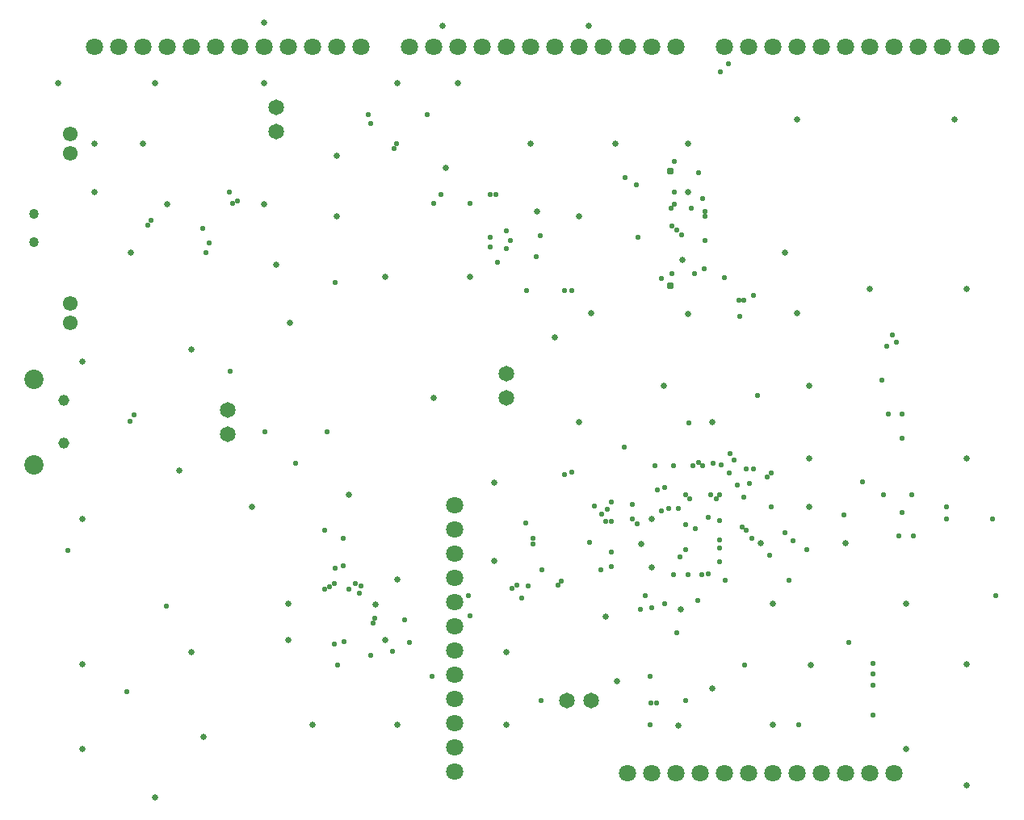
<source format=gbr>
G04 EAGLE Gerber RS-274X export*
G75*
%MOMM*%
%FSLAX34Y34*%
%LPD*%
%INSoldermask Bottom*%
%IPPOS*%
%AMOC8*
5,1,8,0,0,1.08239X$1,22.5*%
G01*
%ADD10C,1.177000*%
%ADD11C,2.027000*%
%ADD12C,1.549400*%
%ADD13C,0.777000*%
%ADD14C,1.803400*%
%ADD15C,1.027000*%
%ADD16C,1.651000*%
%ADD17C,0.533400*%
%ADD18C,0.680200*%


D10*
X56650Y441350D03*
X56650Y396850D03*
D11*
X25400Y464100D03*
X25400Y374100D03*
D12*
X63500Y523400D03*
X63500Y543400D03*
X63500Y701200D03*
X63500Y721200D03*
D13*
X692200Y682300D03*
X692200Y562300D03*
D14*
X466090Y331470D03*
X466090Y306070D03*
X466090Y280670D03*
X466090Y255270D03*
X466090Y229870D03*
X466090Y204470D03*
X466090Y179070D03*
X466090Y153670D03*
X466090Y128270D03*
X466090Y102870D03*
X466090Y77470D03*
X466090Y52070D03*
X88900Y812800D03*
X114300Y812800D03*
X139700Y812800D03*
X165100Y812800D03*
X190500Y812800D03*
X215900Y812800D03*
X241300Y812800D03*
X266700Y812800D03*
X292100Y812800D03*
X317500Y812800D03*
X342900Y812800D03*
X368300Y812800D03*
X419100Y812800D03*
X444500Y812800D03*
X469900Y812800D03*
X495300Y812800D03*
X520700Y812800D03*
X546100Y812800D03*
X571500Y812800D03*
X596900Y812800D03*
X622300Y812800D03*
X647700Y812800D03*
X673100Y812800D03*
X698500Y812800D03*
X647700Y50800D03*
X673100Y50800D03*
X698500Y50800D03*
X723900Y50800D03*
X749300Y50800D03*
X774700Y50800D03*
X800100Y50800D03*
X825500Y50800D03*
X850900Y50800D03*
X876300Y50800D03*
X901700Y50800D03*
X927100Y50800D03*
X1028700Y812800D03*
X1003300Y812800D03*
X977900Y812800D03*
X952500Y812800D03*
X927100Y812800D03*
X901700Y812800D03*
X876300Y812800D03*
X850900Y812800D03*
X825500Y812800D03*
X800100Y812800D03*
X774700Y812800D03*
X749300Y812800D03*
D15*
X25400Y607300D03*
X25400Y637300D03*
D16*
X279400Y749300D03*
X279400Y723900D03*
X609600Y127000D03*
X584200Y127000D03*
X228600Y406400D03*
X228600Y431800D03*
X520700Y444500D03*
X520700Y469900D03*
D17*
X686816Y228600D03*
X367792Y247396D03*
X130048Y426212D03*
X695960Y259080D03*
X341376Y265684D03*
X125984Y420116D03*
X238760Y651256D03*
X230124Y659892D03*
X205740Y596392D03*
X209296Y607060D03*
X233680Y648716D03*
X202184Y622300D03*
X556768Y127000D03*
X299720Y375412D03*
X122936Y136144D03*
X60960Y283972D03*
X382524Y213360D03*
X720852Y231648D03*
X725424Y259080D03*
X711200Y259080D03*
X657860Y312420D03*
X652780Y317500D03*
X827024Y101600D03*
X708152Y127000D03*
X904748Y165608D03*
X744220Y315976D03*
X768096Y308864D03*
X904748Y154432D03*
X835152Y285496D03*
X913892Y463296D03*
X935736Y401828D03*
X630428Y334772D03*
X783844Y446532D03*
X658368Y613156D03*
X612648Y331216D03*
X330200Y243332D03*
X362204Y249936D03*
X340360Y249936D03*
X673100Y224536D03*
X480568Y236728D03*
X335280Y245872D03*
X725932Y372872D03*
X608076Y293116D03*
X330200Y305308D03*
X164084Y226060D03*
X340360Y185928D03*
X343408Y164084D03*
X419100Y187960D03*
X400812Y178308D03*
X381000Y207772D03*
X413512Y211328D03*
X366268Y239268D03*
X520700Y619760D03*
X531368Y247904D03*
X482092Y215392D03*
X355600Y243332D03*
X690880Y328168D03*
X578104Y251968D03*
X378460Y174244D03*
X722376Y376936D03*
X686816Y350520D03*
X683260Y326136D03*
X574548Y247904D03*
X349504Y296672D03*
X349504Y268224D03*
X772160Y305308D03*
X879348Y187960D03*
X754380Y365760D03*
X759460Y378968D03*
X748792Y570484D03*
X704088Y615188D03*
X744220Y342392D03*
X755396Y386080D03*
X764032Y547116D03*
X694436Y624332D03*
X624332Y314960D03*
X696976Y647700D03*
X660908Y222504D03*
X536956Y234696D03*
X526796Y244856D03*
X540512Y312928D03*
X581152Y364236D03*
X581152Y557276D03*
X589280Y557276D03*
X696468Y659892D03*
X745236Y786384D03*
X753364Y794512D03*
X708660Y285496D03*
X708660Y311404D03*
X708660Y342392D03*
X737108Y375920D03*
X765556Y529844D03*
X726440Y653288D03*
X744220Y287020D03*
X732028Y319024D03*
X734568Y342392D03*
X745744Y373888D03*
X769620Y547116D03*
X722376Y680212D03*
X144780Y625856D03*
X503936Y657352D03*
X744220Y295148D03*
X775716Y354584D03*
X524764Y609600D03*
X732028Y259588D03*
X148336Y630936D03*
X509524Y657352D03*
X727964Y579628D03*
X683260Y569976D03*
X551688Y592328D03*
X676148Y372872D03*
X717804Y575056D03*
X796544Y279400D03*
X798068Y365252D03*
X777748Y297180D03*
X794004Y361188D03*
X779780Y552196D03*
X656844Y668020D03*
X915924Y342900D03*
X945896Y342900D03*
X678688Y347980D03*
X762508Y352552D03*
X981964Y330200D03*
X894080Y356108D03*
X779780Y369824D03*
X771652Y369824D03*
X931672Y299212D03*
X946912Y299212D03*
X874776Y321564D03*
X981964Y317500D03*
X935736Y324104D03*
X921004Y427228D03*
X935736Y427228D03*
X929132Y502920D03*
X919480Y498348D03*
X630428Y314960D03*
X693928Y575056D03*
X620268Y322072D03*
X626364Y327660D03*
X693420Y643636D03*
X665988Y236728D03*
X548640Y291084D03*
X589280Y366776D03*
X714248Y643636D03*
X820928Y294132D03*
X769112Y339852D03*
X728980Y640080D03*
X740664Y338328D03*
X728980Y634492D03*
X695960Y372872D03*
X699516Y620776D03*
X652780Y332232D03*
X925576Y510032D03*
X452120Y657860D03*
X677672Y124460D03*
X555752Y614680D03*
X543052Y246888D03*
X482600Y648716D03*
X443992Y648716D03*
X701040Y328168D03*
X770636Y164084D03*
X511556Y586740D03*
X541528Y556768D03*
X402844Y705612D03*
X520192Y600964D03*
X503428Y602488D03*
X672084Y124460D03*
X442976Y152400D03*
X267208Y408432D03*
X671576Y101600D03*
X671576Y152400D03*
X712216Y418084D03*
X375412Y741172D03*
X798576Y330200D03*
X437388Y741172D03*
X904748Y111760D03*
X904748Y143256D03*
X332232Y408432D03*
X557784Y264160D03*
X715772Y372872D03*
X696976Y692404D03*
X644144Y392684D03*
X340868Y565404D03*
X231140Y472440D03*
X503936Y612648D03*
X699008Y197612D03*
X350520Y188468D03*
X548640Y297180D03*
X630428Y282448D03*
X1033272Y237236D03*
X1030224Y317500D03*
D18*
X50800Y774700D03*
X152400Y774700D03*
X266700Y774700D03*
X406400Y774700D03*
X342900Y698500D03*
X457200Y685800D03*
X342900Y635000D03*
X393700Y571500D03*
X482600Y571500D03*
X552450Y640080D03*
X596900Y635000D03*
X469900Y774700D03*
X546100Y711200D03*
X635000Y711200D03*
X711200Y711200D03*
X711200Y660400D03*
X704850Y589280D03*
X711200Y532130D03*
X609600Y533400D03*
X571500Y508000D03*
X444500Y444500D03*
X355600Y342900D03*
X254000Y330200D03*
X177800Y368300D03*
X190500Y495300D03*
X76200Y482600D03*
X76200Y317500D03*
X76200Y165100D03*
X76200Y76200D03*
X152400Y25400D03*
X203200Y88900D03*
X190500Y177800D03*
X292100Y190500D03*
X292100Y228600D03*
X317500Y101600D03*
X406400Y101600D03*
X520700Y101600D03*
X520700Y177800D03*
X406400Y254000D03*
X393700Y190500D03*
X383540Y227330D03*
X701040Y100330D03*
X624840Y214630D03*
X736600Y139700D03*
X800100Y101600D03*
X800100Y228600D03*
X939800Y228600D03*
X1003300Y165100D03*
X1003300Y38100D03*
X939800Y76200D03*
X876300Y292100D03*
X838200Y330200D03*
X838200Y381000D03*
X838200Y457200D03*
X1003300Y381000D03*
X1003300Y558800D03*
X901700Y558800D03*
X812800Y596900D03*
X825500Y736600D03*
X990600Y736600D03*
X825500Y533400D03*
X736600Y419100D03*
X596900Y419100D03*
X673100Y317500D03*
X508000Y355600D03*
X685800Y457200D03*
X673100Y266700D03*
X703580Y222250D03*
X636270Y147320D03*
X293370Y523240D03*
X279400Y584200D03*
X127000Y596900D03*
X266700Y647700D03*
X165100Y647700D03*
X88900Y660400D03*
X88900Y711200D03*
X139700Y711200D03*
X508000Y273050D03*
X661670Y290830D03*
X839470Y163830D03*
X607060Y834390D03*
X453390Y834390D03*
X266700Y838200D03*
X787400Y292100D03*
D17*
X702564Y277368D03*
X749808Y252984D03*
X816864Y252984D03*
X619252Y264160D03*
X630428Y267208D03*
X744220Y272288D03*
X718312Y307340D03*
X712724Y338328D03*
X728980Y609600D03*
X812292Y302768D03*
X644652Y675132D03*
X378460Y732028D03*
X405384Y710692D03*
M02*

</source>
